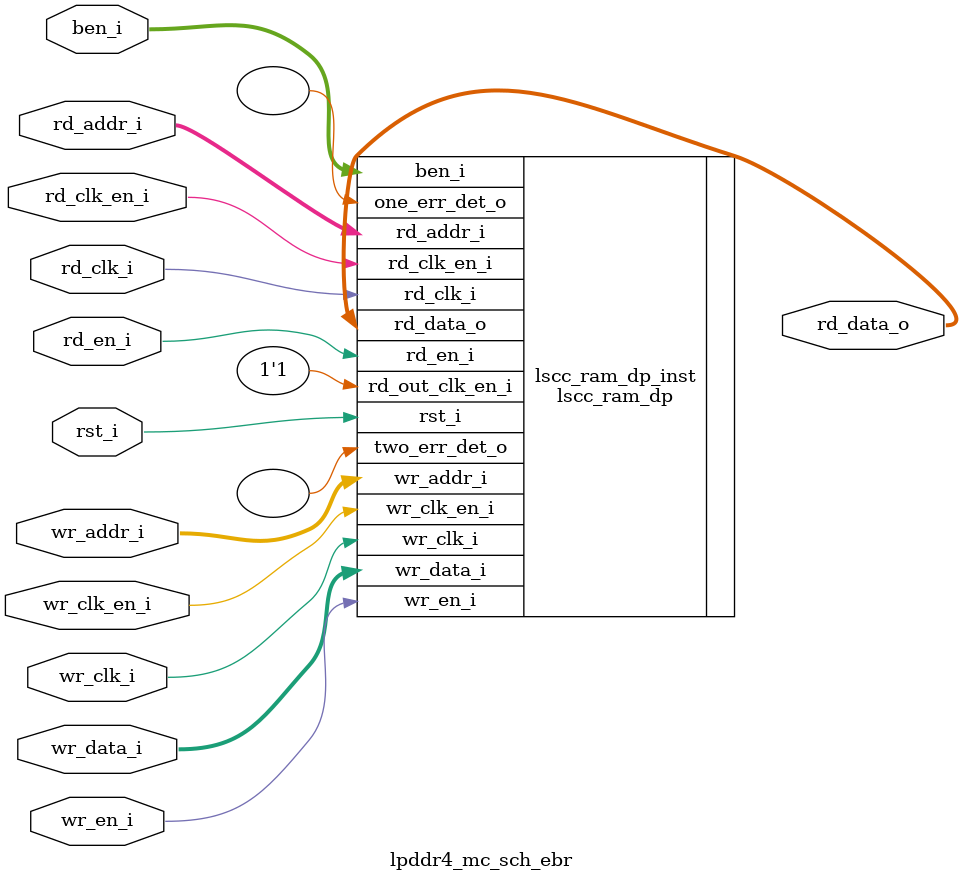
<source format=v>

/*******************************************************************************
    Verilog netlist generated by IPGEN Lattice Radiant Software (64-bit)
    2.3.b1.26.0
    Soft IP Version: 1.1.2
    2021 01 07 20:48:29
*******************************************************************************/
/*******************************************************************************
    Wrapper Module generated per user settings.
*******************************************************************************/
module lpddr4_mc_sch_ebr (wr_clk_i, 
        rd_clk_i, 
        rst_i, 
        wr_clk_en_i, 
        rd_en_i, 
        rd_clk_en_i, 
        wr_en_i, 
        ben_i, 
        wr_data_i, 
        wr_addr_i, 
        rd_addr_i, 
        rd_data_o) ;

    parameter WIDTH = 256;
    parameter BYTE_EN_WIDTH = WIDTH/8;
    parameter DEPTH = 16;
    parameter DEPTH_LOG = $clog2(DEPTH);

    input wr_clk_i ; 
    input rd_clk_i ; 
    input rst_i ; 
    input wr_clk_en_i ; 
    input rd_en_i ; 
    input rd_clk_en_i ; 
    input wr_en_i ; 
    input [BYTE_EN_WIDTH-1:0] ben_i ; 
    input [WIDTH-1:0] wr_data_i ; 
    input [DEPTH_LOG-1:0] wr_addr_i ; 
    input [DEPTH_LOG-1:0] rd_addr_i ; 
    output [WIDTH-1:0] rd_data_o ; 
    parameter MEM_ID = "ebr" ; 
    lscc_ram_dp #(.FAMILY("LFCPNX"),
            .MEM_ID(MEM_ID),
            .MEM_SIZE("WIDTH,DEPTH"),
            .WADDR_DEPTH(DEPTH),
            .WDATA_WIDTH(WIDTH),
            .RADDR_DEPTH(DEPTH),
            .RDATA_WIDTH(WIDTH),
            .WADDR_WIDTH(DEPTH_LOG),
            .REGMODE("noreg"),
            .RADDR_WIDTH(DEPTH_LOG),
            .OUTPUT_CLK_EN(0),
            .RESETMODE("sync"),
            .BYTE_ENABLE(1),
            .BYTE_WIDTH(BYTE_EN_WIDTH),
            .BYTE_SIZE(8),
            .ECC_ENABLE(0),
            .INIT_MODE("none"),
            .INIT_FILE("none"),
            .INIT_FILE_FORMAT("hex"),
            .INIT_VALUE_00("0x0000000000000000000000000000000000000000000000000000000000000000"),
            .INIT_VALUE_01("0x0000000000000000000000000000000000000000000000000000000000000000"),
            .INIT_VALUE_02("0x0000000000000000000000000000000000000000000000000000000000000000"),
            .INIT_VALUE_03("0x0000000000000000000000000000000000000000000000000000000000000000"),
            .INIT_VALUE_04("0x0000000000000000000000000000000000000000000000000000000000000000"),
            .INIT_VALUE_05("0x0000000000000000000000000000000000000000000000000000000000000000"),
            .INIT_VALUE_06("0x0000000000000000000000000000000000000000000000000000000000000000"),
            .INIT_VALUE_07("0x0000000000000000000000000000000000000000000000000000000000000000"),
            .INIT_VALUE_08("0x0000000000000000000000000000000000000000000000000000000000000000"),
            .INIT_VALUE_09("0x0000000000000000000000000000000000000000000000000000000000000000"),
            .INIT_VALUE_0A("0x0000000000000000000000000000000000000000000000000000000000000000"),
            .INIT_VALUE_0B("0x0000000000000000000000000000000000000000000000000000000000000000"),
            .INIT_VALUE_0C("0x0000000000000000000000000000000000000000000000000000000000000000"),
            .INIT_VALUE_0D("0x0000000000000000000000000000000000000000000000000000000000000000"),
            .INIT_VALUE_0E("0x0000000000000000000000000000000000000000000000000000000000000000"),
            .INIT_VALUE_0F("0x0000000000000000000000000000000000000000000000000000000000000000"),
            .INIT_VALUE_10("0x0000000000000000000000000000000000000000000000000000000000000000"),
            .INIT_VALUE_11("0x0000000000000000000000000000000000000000000000000000000000000000"),
            .INIT_VALUE_12("0x0000000000000000000000000000000000000000000000000000000000000000"),
            .INIT_VALUE_13("0x0000000000000000000000000000000000000000000000000000000000000000"),
            .INIT_VALUE_14("0x0000000000000000000000000000000000000000000000000000000000000000"),
            .INIT_VALUE_15("0x0000000000000000000000000000000000000000000000000000000000000000"),
            .INIT_VALUE_16("0x0000000000000000000000000000000000000000000000000000000000000000"),
            .INIT_VALUE_17("0x0000000000000000000000000000000000000000000000000000000000000000"),
            .INIT_VALUE_18("0x0000000000000000000000000000000000000000000000000000000000000000"),
            .INIT_VALUE_19("0x0000000000000000000000000000000000000000000000000000000000000000"),
            .INIT_VALUE_1A("0x0000000000000000000000000000000000000000000000000000000000000000"),
            .INIT_VALUE_1B("0x0000000000000000000000000000000000000000000000000000000000000000"),
            .INIT_VALUE_1C("0x0000000000000000000000000000000000000000000000000000000000000000"),
            .INIT_VALUE_1D("0x0000000000000000000000000000000000000000000000000000000000000000"),
            .INIT_VALUE_1E("0x0000000000000000000000000000000000000000000000000000000000000000"),
            .INIT_VALUE_1F("0x0000000000000000000000000000000000000000000000000000000000000000"),
            .INIT_VALUE_20("0x0000000000000000000000000000000000000000000000000000000000000000"),
            .INIT_VALUE_21("0x0000000000000000000000000000000000000000000000000000000000000000"),
            .INIT_VALUE_22("0x0000000000000000000000000000000000000000000000000000000000000000"),
            .INIT_VALUE_23("0x0000000000000000000000000000000000000000000000000000000000000000"),
            .INIT_VALUE_24("0x0000000000000000000000000000000000000000000000000000000000000000"),
            .INIT_VALUE_25("0x0000000000000000000000000000000000000000000000000000000000000000"),
            .INIT_VALUE_26("0x0000000000000000000000000000000000000000000000000000000000000000"),
            .INIT_VALUE_27("0x0000000000000000000000000000000000000000000000000000000000000000"),
            .INIT_VALUE_28("0x0000000000000000000000000000000000000000000000000000000000000000"),
            .INIT_VALUE_29("0x0000000000000000000000000000000000000000000000000000000000000000"),
            .INIT_VALUE_2A("0x0000000000000000000000000000000000000000000000000000000000000000"),
            .INIT_VALUE_2B("0x0000000000000000000000000000000000000000000000000000000000000000"),
            .INIT_VALUE_2C("0x0000000000000000000000000000000000000000000000000000000000000000"),
            .INIT_VALUE_2D("0x0000000000000000000000000000000000000000000000000000000000000000"),
            .INIT_VALUE_2E("0x0000000000000000000000000000000000000000000000000000000000000000"),
            .INIT_VALUE_2F("0x0000000000000000000000000000000000000000000000000000000000000000"),
            .INIT_VALUE_30("0x0000000000000000000000000000000000000000000000000000000000000000"),
            .INIT_VALUE_31("0x0000000000000000000000000000000000000000000000000000000000000000"),
            .INIT_VALUE_32("0x0000000000000000000000000000000000000000000000000000000000000000"),
            .INIT_VALUE_33("0x0000000000000000000000000000000000000000000000000000000000000000"),
            .INIT_VALUE_34("0x0000000000000000000000000000000000000000000000000000000000000000"),
            .INIT_VALUE_35("0x0000000000000000000000000000000000000000000000000000000000000000"),
            .INIT_VALUE_36("0x0000000000000000000000000000000000000000000000000000000000000000"),
            .INIT_VALUE_37("0x0000000000000000000000000000000000000000000000000000000000000000"),
            .INIT_VALUE_38("0x0000000000000000000000000000000000000000000000000000000000000000"),
            .INIT_VALUE_39("0x0000000000000000000000000000000000000000000000000000000000000000"),
            .INIT_VALUE_3A("0x0000000000000000000000000000000000000000000000000000000000000000"),
            .INIT_VALUE_3B("0x0000000000000000000000000000000000000000000000000000000000000000"),
            .INIT_VALUE_3C("0x0000000000000000000000000000000000000000000000000000000000000000"),
            .INIT_VALUE_3D("0x0000000000000000000000000000000000000000000000000000000000000000"),
            .INIT_VALUE_3E("0x0000000000000000000000000000000000000000000000000000000000000000"),
            .INIT_VALUE_3F("0x0000000000000000000000000000000000000000000000000000000000000000")) lscc_ram_dp_inst (.wr_clk_i(wr_clk_i), 
                .rd_clk_i(rd_clk_i), 
                .rst_i(rst_i), 
                .wr_clk_en_i(wr_clk_en_i), 
                .rd_en_i(rd_en_i), 
                .rd_clk_en_i(rd_clk_en_i), 
                .rd_out_clk_en_i(1'b1), 
                .wr_en_i(wr_en_i), 
                .ben_i(ben_i[BYTE_EN_WIDTH-1:0]), 
                .wr_data_i(wr_data_i[WIDTH-1:0]), 
                .wr_addr_i(wr_addr_i[DEPTH_LOG-1:0]), 
                .rd_addr_i(rd_addr_i[DEPTH_LOG-1:0]), 
                .rd_data_o(rd_data_o[WIDTH-1:0]), 
                .one_err_det_o(), 
                .two_err_det_o()) ; 
endmodule

</source>
